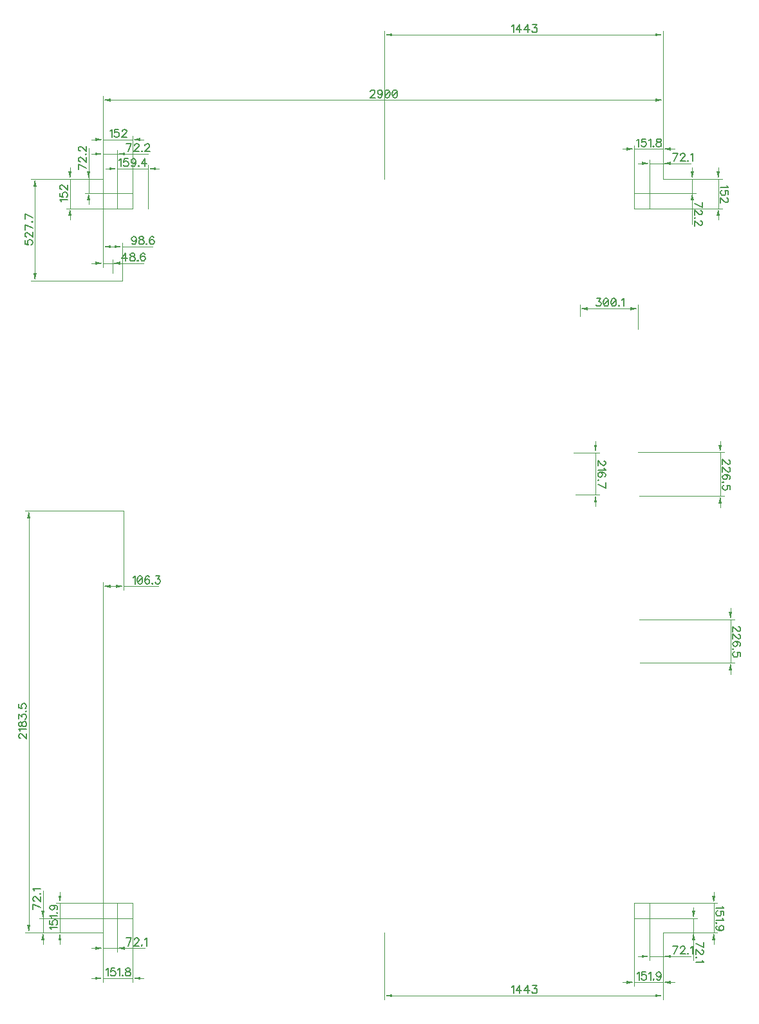
<source format=gbr>
G04 DipTrace 3.0.0.1*
G04 TopDimension.gbr*
%MOIN*%
G04 #@! TF.FileFunction,Drawing,Top*
G04 #@! TF.Part,Single*
%ADD13C,0.0015*%
%ADD69C,0.006176*%
%FSLAX26Y26*%
G04*
G70*
G90*
G75*
G01*
G04 TopDimension*
%LPD*%
X625381Y4141732D2*
D13*
Y4366011D1*
X465932Y4141732D2*
Y4366011D1*
Y4346326D2*
X625381D1*
X406877D2*
X426562D1*
G36*
X465932D2*
X426562Y4338452D1*
Y4354200D1*
X465932Y4346326D1*
G37*
X684436D2*
D13*
X664751D1*
G36*
X625381D2*
X664751Y4354200D1*
Y4338452D1*
X625381Y4346326D1*
G37*
X393701Y4293701D2*
D13*
Y4517586D1*
X545656Y4141732D2*
Y4517586D1*
X393701Y4497900D2*
X545656D1*
X334646D2*
X354331D1*
G36*
X393701D2*
X354331Y4490026D1*
Y4505774D1*
X393701Y4497900D1*
G37*
X604711D2*
D13*
X585026D1*
G36*
X545656D2*
X585026Y4505774D1*
Y4490026D1*
X545656Y4497900D1*
G37*
Y4141732D2*
D13*
X201969D1*
X393701Y4293701D2*
X201969D1*
X221654D2*
Y4141732D1*
Y4352756D2*
Y4333071D1*
G36*
Y4293701D2*
X213780Y4333071D1*
X229528D1*
X221654Y4293701D1*
G37*
Y4082677D2*
D13*
Y4102362D1*
G36*
Y4141732D2*
X229528Y4102362D1*
X213780D1*
X221654Y4141732D1*
G37*
X3141864Y4141746D2*
D13*
Y4468373D1*
X3293701Y4293701D2*
Y4468373D1*
X3141864Y4448688D2*
X3293701D1*
X3082809D2*
X3102494D1*
G36*
X3141864D2*
X3102494Y4440814D1*
Y4456562D1*
X3141864Y4448688D1*
G37*
X3352756D2*
D13*
X3333071D1*
G36*
X3293701D2*
X3333071Y4456562D1*
Y4440814D1*
X3293701Y4448688D1*
G37*
X3141864Y4141746D2*
D13*
X3598688D1*
X3293701Y4293701D2*
X3598688D1*
X3579003D2*
Y4141746D1*
Y4352756D2*
Y4333071D1*
G36*
Y4293701D2*
X3571129Y4333071D1*
X3586877D1*
X3579003Y4293701D1*
G37*
Y4082691D2*
D13*
Y4102376D1*
G36*
Y4141746D2*
X3586877Y4102376D1*
X3571129D1*
X3579003Y4141746D1*
G37*
X3141851Y545551D2*
D13*
Y116536D1*
X3293701Y393701D2*
Y116536D1*
X3141851Y136221D2*
X3293701D1*
X3082795D2*
X3102481D1*
G36*
X3141851D2*
X3102481Y128347D1*
Y144095D1*
X3141851Y136221D1*
G37*
X3352756D2*
D13*
X3333071D1*
G36*
X3293701D2*
X3333071Y144095D1*
Y128347D1*
X3293701Y136221D1*
G37*
X3141851Y545551D2*
D13*
X3574672D1*
X3293701Y393701D2*
X3574672D1*
X3554987Y545551D2*
Y393701D1*
Y604607D2*
Y584921D1*
G36*
Y545551D2*
X3547113Y584921D1*
X3562861D1*
X3554987Y545551D1*
G37*
Y334646D2*
D13*
Y354331D1*
G36*
Y393701D2*
X3562861Y354331D1*
X3547113D1*
X3554987Y393701D1*
G37*
X545538Y545565D2*
D13*
Y136877D1*
X393701Y393701D2*
Y136877D1*
Y156562D2*
X545538D1*
X334646D2*
X354331D1*
G36*
X393701D2*
X354331Y148688D1*
Y164436D1*
X393701Y156562D1*
G37*
X604593D2*
D13*
X584908D1*
G36*
X545538D2*
X584908Y164436D1*
Y148688D1*
X545538Y156562D1*
G37*
Y545565D2*
D13*
X149869D1*
X393701Y393701D2*
X149869D1*
X169554Y545565D2*
Y393701D1*
Y604620D2*
Y584935D1*
G36*
Y545565D2*
X161680Y584935D1*
X177428D1*
X169554Y545565D1*
G37*
Y334646D2*
D13*
Y354331D1*
G36*
Y393701D2*
X177428Y354331D1*
X161680D1*
X169554Y393701D1*
G37*
X393701Y4293701D2*
D13*
Y4722310D1*
X3293701Y4293701D2*
Y4722310D1*
X1843701Y4702625D2*
X433071D1*
G36*
X393701D2*
X433071Y4710499D1*
Y4694751D1*
X393701Y4702625D1*
G37*
X1843701D2*
D13*
X3254331D1*
G36*
X3293701D2*
X3254331Y4694751D1*
Y4710499D1*
X3293701Y4702625D1*
G37*
Y4293701D2*
D13*
Y5059843D1*
X1850656Y4293176D2*
Y5059843D1*
X2572179Y5040158D2*
X3254331D1*
G36*
X3293701D2*
X3254331Y5032284D1*
Y5048032D1*
X3293701Y5040158D1*
G37*
X2572179D2*
D13*
X1890026D1*
G36*
X1850656D2*
X1890026Y5048032D1*
Y5032284D1*
X1850656Y5040158D1*
G37*
X3293701Y393701D2*
D13*
Y47113D1*
X1850656Y393570D2*
Y47113D1*
X2572179Y66798D2*
X3254331D1*
G36*
X3293701D2*
X3254331Y58924D1*
Y74672D1*
X3293701Y66798D1*
G37*
X2572179D2*
D13*
X1890026D1*
G36*
X1850656D2*
X1890026Y74672D1*
Y58924D1*
X1850656Y66798D1*
G37*
X500000Y2577166D2*
D13*
X-10892D1*
X393701Y393701D2*
X-10892D1*
X8793Y1485433D2*
Y2537795D1*
G36*
Y2577166D2*
X16667Y2537795D1*
X919D1*
X8793Y2577166D1*
G37*
Y1485433D2*
D13*
Y433071D1*
G36*
Y393701D2*
X919Y433071D1*
X16667D1*
X8793Y393701D1*
G37*
X393701D2*
D13*
Y2205774D1*
X500000Y2577166D2*
Y2166404D1*
X446851Y2186089D2*
X433071D1*
G36*
X393701D2*
X433071Y2193963D1*
Y2178215D1*
X393701Y2186089D1*
G37*
X446851D2*
D13*
X460630D1*
G36*
X500000D2*
X460630Y2178215D1*
Y2193963D1*
X500000Y2186089D1*
G37*
X680656D2*
D13*
X500000D1*
X545538Y465840D2*
X62861D1*
X393701Y393701D2*
X62861D1*
X82546Y465840D2*
Y393701D1*
Y524895D2*
Y505210D1*
G36*
Y465840D2*
X74672Y505210D1*
X90420D1*
X82546Y465840D1*
G37*
Y334646D2*
D13*
Y354331D1*
G36*
Y393701D2*
X90420Y354331D1*
X74672D1*
X82546Y393701D1*
G37*
Y609295D2*
D13*
Y465840D1*
X465814Y545565D2*
Y293176D1*
X393701Y393701D2*
Y293176D1*
Y312861D2*
X465814D1*
X334646D2*
X354331D1*
G36*
X393701D2*
X354331Y304987D1*
Y320735D1*
X393701Y312861D1*
G37*
X524869D2*
D13*
X505184D1*
G36*
X465814D2*
X505184Y320735D1*
Y304987D1*
X465814Y312861D1*
G37*
X609269D2*
D13*
X465814D1*
X3141851Y465827D2*
X3470079D1*
X3293701Y393701D2*
X3470079D1*
X3450394Y465827D2*
Y393701D1*
Y524882D2*
Y505197D1*
G36*
Y465827D2*
X3442520Y505197D1*
X3458268D1*
X3450394Y465827D1*
G37*
Y334646D2*
D13*
Y354331D1*
G36*
Y393701D2*
X3458268Y354331D1*
X3442520D1*
X3450394Y393701D1*
G37*
Y250246D2*
D13*
Y465827D1*
X3221575Y545551D2*
Y250656D1*
X3293701Y393701D2*
Y250656D1*
X3221575Y270341D2*
X3293701D1*
X3162520D2*
X3182205D1*
G36*
X3221575D2*
X3182205Y262467D1*
Y278215D1*
X3221575Y270341D1*
G37*
X3352756D2*
D13*
X3333071D1*
G36*
X3293701D2*
X3333071Y278215D1*
Y262467D1*
X3293701Y270341D1*
G37*
X3437156D2*
D13*
X3293701D1*
X545656Y4221457D2*
X298688D1*
X393701Y4293701D2*
X298688D1*
X318373D2*
Y4221457D1*
Y4352756D2*
Y4333071D1*
G36*
Y4293701D2*
X310499Y4333071D1*
X326247D1*
X318373Y4293701D1*
G37*
Y4162402D2*
D13*
Y4182087D1*
G36*
Y4221457D2*
X326247Y4182087D1*
X310499D1*
X318373Y4221457D1*
G37*
Y4454356D2*
D13*
Y4293701D1*
X465932Y4141732D2*
Y4443570D1*
X393701Y4293701D2*
Y4443570D1*
Y4423885D2*
X465932D1*
X334646D2*
X354331D1*
G36*
X393701D2*
X354331Y4416011D1*
Y4431759D1*
X393701Y4423885D1*
G37*
X524987D2*
D13*
X505302D1*
G36*
X465932D2*
X505302Y4431759D1*
Y4416011D1*
X465932Y4423885D1*
G37*
X626587D2*
D13*
X465932D1*
X3141864Y4221470D2*
X3463517D1*
X3293701Y4293701D2*
X3463517D1*
X3443832D2*
Y4221470D1*
Y4352756D2*
Y4333071D1*
G36*
Y4293701D2*
X3435958Y4333071D1*
X3451706D1*
X3443832Y4293701D1*
G37*
Y4162415D2*
D13*
Y4182100D1*
G36*
Y4221470D2*
X3451706Y4182100D1*
X3435958D1*
X3443832Y4221470D1*
G37*
Y4060815D2*
D13*
Y4293701D1*
X3221588Y4141746D2*
Y4393832D1*
X3293701Y4293701D2*
Y4393832D1*
X3221588Y4374147D2*
X3293701D1*
X3162533D2*
X3182218D1*
G36*
X3221588D2*
X3182218Y4366273D1*
Y4382021D1*
X3221588Y4374147D1*
G37*
X3352756D2*
D13*
X3333071D1*
G36*
X3293701D2*
X3333071Y4382021D1*
Y4366273D1*
X3293701Y4374147D1*
G37*
X3437156D2*
D13*
X3293701D1*
X492257Y3766011D2*
X20998D1*
X393701Y4293701D2*
X20998D1*
X40683Y4029856D2*
Y3805381D1*
G36*
Y3766011D2*
X32809Y3805381D1*
X48557D1*
X40683Y3766011D1*
G37*
Y4029856D2*
D13*
Y4254331D1*
G36*
Y4293701D2*
X48557Y4254331D1*
X32809D1*
X40683Y4293701D1*
G37*
X492257Y3766011D2*
D13*
Y3962992D1*
X393701Y4293701D2*
Y3923622D1*
X442979Y3943307D2*
X452887D1*
G36*
X492257D2*
X452887Y3935433D1*
Y3951181D1*
X492257Y3943307D1*
G37*
X442979D2*
D13*
X433071D1*
G36*
X393701D2*
X433071Y3951181D1*
Y3935433D1*
X393701Y3943307D1*
G37*
X649021D2*
D13*
X492257D1*
X442257Y3807671D2*
Y3877166D1*
X393701Y4293701D2*
Y3837795D1*
Y3857481D2*
X442257D1*
X334646D2*
X354331D1*
G36*
X393701D2*
X354331Y3849607D1*
Y3865355D1*
X393701Y3857481D1*
G37*
X501313D2*
D13*
X481628D1*
G36*
X442257D2*
X481628Y3865355D1*
Y3849607D1*
X442257Y3857481D1*
G37*
X602824D2*
D13*
X442257D1*
X3163507Y2879016D2*
X3608662D1*
X3170869Y2652481D2*
X3608662D1*
X3588977Y2879016D2*
Y2652481D1*
Y2938071D2*
Y2918386D1*
G36*
Y2879016D2*
X3581103Y2918386D1*
X3596851D1*
X3588977Y2879016D1*
G37*
Y2593425D2*
D13*
Y2613110D1*
G36*
Y2652481D2*
X3596851Y2613110D1*
X3581103D1*
X3588977Y2652481D1*
G37*
X3170869Y2015079D2*
D13*
X3661418D1*
X3171774Y1788596D2*
X3661418D1*
X3641732Y2015079D2*
Y1788596D1*
Y2074134D2*
Y2054449D1*
G36*
Y2015079D2*
X3633858Y2054449D1*
X3649607D1*
X3641732Y2015079D1*
G37*
Y1729541D2*
D13*
Y1749226D1*
G36*
Y1788596D2*
X3649607Y1749226D1*
X3633858D1*
X3641732Y1788596D1*
G37*
X2830026Y2877100D2*
D13*
X2962336D1*
X2838294Y2660433D2*
X2962336D1*
X2942651Y2877100D2*
Y2660433D1*
Y2936155D2*
Y2916470D1*
G36*
Y2877100D2*
X2934777Y2916470D1*
X2950525D1*
X2942651Y2877100D1*
G37*
Y2601378D2*
D13*
Y2621063D1*
G36*
Y2660433D2*
X2950525Y2621063D1*
X2934777D1*
X2942651Y2660433D1*
G37*
X2863400Y3584528D2*
D13*
Y3642651D1*
X3163507Y3516418D2*
Y3642651D1*
X3013454Y3622966D2*
X2902771D1*
G36*
X2863400D2*
X2902771Y3630840D1*
Y3615092D1*
X2863400Y3622966D1*
G37*
X3013454D2*
D13*
X3124137D1*
G36*
X3163507D2*
X3124137Y3615092D1*
Y3630840D1*
X3163507Y3622966D1*
G37*
X477129Y4391035D2*
D69*
X480975Y4392980D1*
X486723Y4398684D1*
Y4358536D1*
X522023Y4398684D2*
X502922D1*
X501020Y4381484D1*
X502922Y4383386D1*
X508670Y4385331D1*
X514373D1*
X520121Y4383386D1*
X523968Y4379583D1*
X525870Y4373835D1*
Y4370032D1*
X523968Y4364284D1*
X520121Y4360438D1*
X514373Y4358536D1*
X508670D1*
X502922Y4360438D1*
X501020Y4362383D1*
X499075Y4366186D1*
X563114Y4385331D2*
X561169Y4379583D1*
X557366Y4375736D1*
X551618Y4373835D1*
X549717D1*
X543969Y4375736D1*
X540166Y4379583D1*
X538221Y4385331D1*
Y4387232D1*
X540166Y4392980D1*
X543969Y4396783D1*
X549717Y4398684D1*
X551618D1*
X557366Y4396783D1*
X561169Y4392980D1*
X563114Y4385331D1*
Y4375736D1*
X561169Y4366186D1*
X557366Y4360438D1*
X551618Y4358536D1*
X547816D1*
X542068Y4360438D1*
X540166Y4364284D1*
X577367Y4362383D2*
X575466Y4360438D1*
X577367Y4358536D1*
X579312Y4360438D1*
X577367Y4362383D1*
X610809Y4358536D2*
Y4398684D1*
X591664Y4371934D1*
X620360D1*
X428823Y4542610D2*
X432670Y4544555D1*
X438418Y4550259D1*
Y4510111D1*
X473717Y4550259D2*
X454616D1*
X452715Y4533059D1*
X454616Y4534960D1*
X460364Y4536906D1*
X466068D1*
X471816Y4534960D1*
X475663Y4531158D1*
X477564Y4525410D1*
Y4521607D1*
X475663Y4515859D1*
X471816Y4512013D1*
X466068Y4510111D1*
X460364D1*
X454616Y4512013D1*
X452715Y4513958D1*
X450769Y4517761D1*
X491861Y4540708D2*
Y4542610D1*
X493762Y4546456D1*
X495663Y4548358D1*
X499510Y4550259D1*
X507159D1*
X510962Y4548358D1*
X512863Y4546456D1*
X514809Y4542610D1*
Y4538807D1*
X512863Y4534960D1*
X509061Y4529257D1*
X489915Y4510111D1*
X516710D1*
X176945Y4176861D2*
X174999Y4180708D1*
X169295Y4186456D1*
X209443D1*
X169295Y4221755D2*
Y4202654D1*
X186495Y4200753D1*
X184594Y4202654D1*
X182648Y4208402D1*
Y4214106D1*
X184594Y4219854D1*
X188396Y4223701D1*
X194144Y4225602D1*
X197947D1*
X203695Y4223701D1*
X207542Y4219854D1*
X209443Y4214106D1*
Y4208402D1*
X207542Y4202654D1*
X205596Y4200753D1*
X201794Y4198807D1*
X178846Y4239899D2*
X176945D1*
X173098Y4241800D1*
X171196Y4243701D1*
X169295Y4247548D1*
Y4255197D1*
X171196Y4259000D1*
X173098Y4260901D1*
X176945Y4262847D1*
X180747D1*
X184594Y4260901D1*
X190298Y4257099D1*
X209443Y4237953D1*
Y4264748D1*
X3157877Y4493397D2*
X3161723Y4495343D1*
X3167471Y4501046D1*
Y4460899D1*
X3202771Y4501046D2*
X3183670D1*
X3181768Y4483847D1*
X3183670Y4485748D1*
X3189418Y4487693D1*
X3195121D1*
X3200870Y4485748D1*
X3204716Y4481945D1*
X3206618Y4476197D1*
Y4472395D1*
X3204716Y4466647D1*
X3200870Y4462800D1*
X3195121Y4460899D1*
X3189418D1*
X3183670Y4462800D1*
X3181768Y4464745D1*
X3179823Y4468548D1*
X3218969Y4493397D2*
X3222816Y4495343D1*
X3228564Y4501046D1*
Y4460899D1*
X3242816Y4464745D2*
X3240915Y4462800D1*
X3242816Y4460899D1*
X3244762Y4462800D1*
X3242816Y4464745D1*
X3266664Y4501046D2*
X3260960Y4499145D1*
X3259015Y4495343D1*
Y4491496D1*
X3260960Y4487693D1*
X3264763Y4485748D1*
X3272412Y4483847D1*
X3278160Y4481945D1*
X3281962Y4478099D1*
X3283864Y4474296D1*
Y4468548D1*
X3281962Y4464745D1*
X3280061Y4462800D1*
X3274313Y4460899D1*
X3266664D1*
X3260960Y4462800D1*
X3259015Y4464745D1*
X3257113Y4468548D1*
Y4474296D1*
X3259015Y4478099D1*
X3262861Y4481945D1*
X3268565Y4483847D1*
X3276214Y4485748D1*
X3280061Y4487693D1*
X3281962Y4491496D1*
Y4495343D1*
X3280061Y4499145D1*
X3274313Y4501046D1*
X3266664D1*
X3623712Y4258579D2*
X3625658Y4254732D1*
X3631361Y4248984D1*
X3591214D1*
X3631361Y4213685D2*
Y4232786D1*
X3614162Y4234687D1*
X3616063Y4232786D1*
X3618008Y4227038D1*
Y4221334D1*
X3616063Y4215586D1*
X3612260Y4211739D1*
X3606512Y4209838D1*
X3602710D1*
X3596962Y4211739D1*
X3593115Y4215586D1*
X3591214Y4221334D1*
Y4227038D1*
X3593115Y4232786D1*
X3595060Y4234687D1*
X3598863Y4236633D1*
X3621811Y4195541D2*
X3623712D1*
X3627559Y4193640D1*
X3629460Y4191739D1*
X3631361Y4187892D1*
Y4180243D1*
X3629460Y4176440D1*
X3627559Y4174539D1*
X3623712Y4172593D1*
X3619910D1*
X3616063Y4174539D1*
X3610359Y4178341D1*
X3591214Y4197487D1*
Y4170692D1*
X3158799Y180930D2*
X3162645Y182875D1*
X3168393Y188579D1*
Y148431D1*
X3203693Y188579D2*
X3184592D1*
X3182690Y171379D1*
X3184592Y173281D1*
X3190340Y175226D1*
X3196043D1*
X3201791Y173281D1*
X3205638Y169478D1*
X3207540Y163730D1*
Y159928D1*
X3205638Y154179D1*
X3201791Y150333D1*
X3196043Y148431D1*
X3190340D1*
X3184592Y150333D1*
X3182690Y152278D1*
X3180745Y156081D1*
X3219891Y180930D2*
X3223738Y182875D1*
X3229486Y188579D1*
Y148431D1*
X3243738Y152278D2*
X3241837Y150333D1*
X3243738Y148431D1*
X3245684Y150333D1*
X3243738Y152278D1*
X3282929Y175226D2*
X3280983Y169478D1*
X3277181Y165631D1*
X3271433Y163730D1*
X3269531D1*
X3263783Y165631D1*
X3259981Y169478D1*
X3258035Y175226D1*
Y177127D1*
X3259981Y182875D1*
X3263783Y186678D1*
X3269531Y188579D1*
X3271433D1*
X3277181Y186678D1*
X3280983Y182875D1*
X3282929Y175226D1*
Y165631D1*
X3280983Y156081D1*
X3277181Y150333D1*
X3271433Y148431D1*
X3267630D1*
X3261882Y150333D1*
X3259981Y154179D1*
X3599696Y528603D2*
X3601642Y524757D1*
X3607346Y519009D1*
X3567198D1*
X3607346Y483709D2*
Y502810D1*
X3590146Y504712D1*
X3592047Y502810D1*
X3593993Y497062D1*
Y491359D1*
X3592047Y485611D1*
X3588244Y481764D1*
X3582496Y479862D1*
X3578694D1*
X3572946Y481764D1*
X3569099Y485611D1*
X3567198Y491359D1*
Y497062D1*
X3569099Y502810D1*
X3571045Y504712D1*
X3574847Y506657D1*
X3599696Y467511D2*
X3601642Y463664D1*
X3607346Y457916D1*
X3567198D1*
X3571045Y443664D2*
X3569099Y445565D1*
X3567198Y443664D1*
X3569099Y441718D1*
X3571045Y443664D1*
X3593993Y404473D2*
X3588244Y406419D1*
X3584398Y410221D1*
X3582496Y415969D1*
Y417871D1*
X3584398Y423619D1*
X3588244Y427421D1*
X3593993Y429367D1*
X3595894D1*
X3601642Y427421D1*
X3605444Y423619D1*
X3607346Y417871D1*
Y415969D1*
X3605444Y410221D1*
X3601642Y406419D1*
X3593993Y404473D1*
X3584398D1*
X3574847Y406419D1*
X3569099Y410221D1*
X3567198Y415969D1*
Y419772D1*
X3569099Y425520D1*
X3572946Y427421D1*
X409714Y201271D2*
X413561Y203217D1*
X419309Y208920D1*
Y168773D1*
X454608Y208920D2*
X435507D1*
X433606Y191721D1*
X435507Y193622D1*
X441255Y195567D1*
X446959D1*
X452707Y193622D1*
X456554Y189819D1*
X458455Y184071D1*
Y180269D1*
X456554Y174521D1*
X452707Y170674D1*
X446959Y168773D1*
X441255D1*
X435507Y170674D1*
X433606Y172619D1*
X431660Y176422D1*
X470806Y201271D2*
X474653Y203217D1*
X480401Y208920D1*
Y168773D1*
X494654Y172619D2*
X492752Y170674D1*
X494654Y168773D1*
X496599Y170674D1*
X494654Y172619D1*
X518501Y208920D2*
X512797Y207019D1*
X510852Y203217D1*
Y199370D1*
X512797Y195567D1*
X516600Y193622D1*
X524249Y191721D1*
X529997Y189819D1*
X533800Y185973D1*
X535701Y182170D1*
Y176422D1*
X533800Y172619D1*
X531898Y170674D1*
X526150Y168773D1*
X518501D1*
X512797Y170674D1*
X510852Y172619D1*
X508951Y176422D1*
Y182170D1*
X510852Y185973D1*
X514699Y189819D1*
X520402Y191721D1*
X528052Y193622D1*
X531898Y195567D1*
X533800Y199370D1*
Y203217D1*
X531898Y207019D1*
X526150Y208920D1*
X518501D1*
X124845Y410656D2*
X122899Y414502D1*
X117195Y420250D1*
X157343D1*
X117195Y455550D2*
Y436449D1*
X134395Y434547D1*
X132494Y436449D1*
X130549Y442197D1*
Y447900D1*
X132494Y453648D1*
X136297Y457495D1*
X142045Y459396D1*
X145847D1*
X151595Y457495D1*
X155442Y453648D1*
X157343Y447900D1*
Y442197D1*
X155442Y436449D1*
X153497Y434547D1*
X149694Y432602D1*
X124845Y471748D2*
X122899Y475595D1*
X117195Y481343D1*
X157343D1*
X153497Y495595D2*
X155442Y493694D1*
X157343Y495595D1*
X155442Y497541D1*
X153497Y495595D1*
X130549Y534786D2*
X136297Y532840D1*
X140143Y529038D1*
X142045Y523290D1*
Y521388D1*
X140143Y515640D1*
X136297Y511838D1*
X130549Y509892D1*
X128647D1*
X122899Y511838D1*
X119097Y515640D1*
X117195Y521388D1*
Y523290D1*
X119097Y529038D1*
X122899Y532840D1*
X130549Y534786D1*
X140143D1*
X149694Y532840D1*
X155442Y529038D1*
X157343Y523290D1*
Y519487D1*
X155442Y513739D1*
X151595Y511838D1*
X1777569Y4745433D2*
Y4747334D1*
X1779470Y4751181D1*
X1781371Y4753082D1*
X1785218Y4754983D1*
X1792867D1*
X1796670Y4753082D1*
X1798571Y4751181D1*
X1800516Y4747334D1*
Y4743532D1*
X1798571Y4739685D1*
X1794768Y4733981D1*
X1775623Y4714836D1*
X1802418D1*
X1839663Y4741630D2*
X1837717Y4735882D1*
X1833914Y4732036D1*
X1828166Y4730134D1*
X1826265D1*
X1820517Y4732036D1*
X1816715Y4735882D1*
X1814769Y4741630D1*
Y4743532D1*
X1816715Y4749280D1*
X1820517Y4753082D1*
X1826265Y4754983D1*
X1828166D1*
X1833914Y4753082D1*
X1837717Y4749280D1*
X1839663Y4741630D1*
Y4732036D1*
X1837717Y4722485D1*
X1833914Y4716737D1*
X1828166Y4714836D1*
X1824364D1*
X1818616Y4716737D1*
X1816715Y4720584D1*
X1863510Y4754983D2*
X1857762Y4753082D1*
X1853915Y4747334D1*
X1852014Y4737784D1*
Y4732036D1*
X1853915Y4722485D1*
X1857762Y4716737D1*
X1863510Y4714836D1*
X1867313D1*
X1873061Y4716737D1*
X1876863Y4722485D1*
X1878809Y4732036D1*
Y4737784D1*
X1876863Y4747334D1*
X1873061Y4753082D1*
X1867313Y4754983D1*
X1863510D1*
X1876863Y4747334D2*
X1853915Y4722485D1*
X1902656Y4754983D2*
X1896908Y4753082D1*
X1893061Y4747334D1*
X1891160Y4737784D1*
Y4732036D1*
X1893061Y4722485D1*
X1896908Y4716737D1*
X1902656Y4714836D1*
X1906459D1*
X1912207Y4716737D1*
X1916009Y4722485D1*
X1917955Y4732036D1*
Y4737784D1*
X1916009Y4747334D1*
X1912207Y4753082D1*
X1906459Y4754983D1*
X1902656D1*
X1916009Y4747334D2*
X1893061Y4722485D1*
X2509849Y5084867D2*
X2513696Y5086812D1*
X2519444Y5092516D1*
Y5052368D1*
X2550940D2*
Y5092516D1*
X2531795Y5065766D1*
X2560491D1*
X2591988Y5052368D2*
Y5092516D1*
X2572842Y5065766D1*
X2601538D1*
X2617736Y5092516D2*
X2638739D1*
X2627287Y5077218D1*
X2633035D1*
X2636838Y5075316D1*
X2638739Y5073415D1*
X2640684Y5067667D1*
Y5063865D1*
X2638739Y5058116D1*
X2634936Y5054270D1*
X2629188Y5052368D1*
X2623440D1*
X2617736Y5054270D1*
X2615835Y5056215D1*
X2613890Y5060018D1*
X2509849Y111507D2*
X2513696Y113453D1*
X2519444Y119157D1*
Y79009D1*
X2550940D2*
Y119157D1*
X2531795Y92406D1*
X2560491D1*
X2591988Y79009D2*
Y119157D1*
X2572842Y92406D1*
X2601538D1*
X2617736Y119157D2*
X2638739D1*
X2627287Y103858D1*
X2633035D1*
X2636838Y101957D1*
X2638739Y100056D1*
X2640684Y94307D1*
Y90505D1*
X2638739Y84757D1*
X2634936Y80910D1*
X2629188Y79009D1*
X2623440D1*
X2617736Y80910D1*
X2615835Y82856D1*
X2613890Y86658D1*
X-34015Y1399300D2*
X-35916D1*
X-39763Y1401201D1*
X-41664Y1403103D1*
X-43566Y1406949D1*
Y1414599D1*
X-41664Y1418401D1*
X-39763Y1420303D1*
X-35916Y1422248D1*
X-32114D1*
X-28267Y1420303D1*
X-22563Y1416500D1*
X-3418Y1397355D1*
Y1424149D1*
X-35916Y1436501D2*
X-37862Y1440347D1*
X-43566Y1446095D1*
X-3418D1*
X-43566Y1467997D2*
X-41664Y1462294D1*
X-37862Y1460348D1*
X-34015D1*
X-30213Y1462294D1*
X-28267Y1466096D1*
X-26366Y1473745D1*
X-24465Y1479494D1*
X-20618Y1483296D1*
X-16815Y1485197D1*
X-11067D1*
X-7265Y1483296D1*
X-5319Y1481395D1*
X-3418Y1475647D1*
Y1467997D1*
X-5319Y1462294D1*
X-7265Y1460348D1*
X-11067Y1458447D1*
X-16815D1*
X-20618Y1460348D1*
X-24465Y1464195D1*
X-26366Y1469899D1*
X-28267Y1477548D1*
X-30213Y1481395D1*
X-34015Y1483296D1*
X-37862D1*
X-41664Y1481395D1*
X-43566Y1475647D1*
Y1467997D1*
Y1501395D2*
Y1522398D1*
X-28267Y1510946D1*
Y1516694D1*
X-26366Y1520497D1*
X-24465Y1522398D1*
X-18717Y1524343D1*
X-14914D1*
X-9166Y1522398D1*
X-5319Y1518595D1*
X-3418Y1512847D1*
Y1507099D1*
X-5319Y1501395D1*
X-7265Y1499494D1*
X-11067Y1497549D1*
X-7265Y1538596D2*
X-5319Y1536695D1*
X-3418Y1538596D1*
X-5319Y1540542D1*
X-7265Y1538596D1*
X-43566Y1575841D2*
Y1556740D1*
X-26366Y1554838D1*
X-28267Y1556740D1*
X-30213Y1562488D1*
Y1568192D1*
X-28267Y1573940D1*
X-24465Y1577786D1*
X-18717Y1579688D1*
X-14914D1*
X-9166Y1577786D1*
X-5319Y1573940D1*
X-3418Y1568192D1*
Y1562488D1*
X-5319Y1556740D1*
X-7265Y1554838D1*
X-11067Y1552893D1*
X548634Y2230799D2*
X552481Y2232744D1*
X558229Y2238448D1*
Y2198300D1*
X582076Y2238448D2*
X576328Y2236547D1*
X572481Y2230799D1*
X570580Y2221248D1*
Y2215500D1*
X572481Y2205950D1*
X576328Y2200201D1*
X582076Y2198300D1*
X585879D1*
X591627Y2200201D1*
X595429Y2205950D1*
X597375Y2215500D1*
Y2221248D1*
X595429Y2230799D1*
X591627Y2236547D1*
X585879Y2238448D1*
X582076D1*
X595429Y2230799D2*
X572481Y2205950D1*
X632674Y2232744D2*
X630773Y2236547D1*
X625025Y2238448D1*
X621222D1*
X615474Y2236547D1*
X611627Y2230799D1*
X609726Y2221248D1*
Y2211698D1*
X611627Y2204048D1*
X615474Y2200201D1*
X621222Y2198300D1*
X623123D1*
X628827Y2200201D1*
X632674Y2204048D1*
X634575Y2209796D1*
Y2211698D1*
X632674Y2217446D1*
X628827Y2221248D1*
X623123Y2223149D1*
X621222D1*
X615474Y2221248D1*
X611627Y2217446D1*
X609726Y2211698D1*
X648828Y2202147D2*
X646927Y2200201D1*
X648828Y2198300D1*
X650773Y2200201D1*
X648828Y2202147D1*
X666972Y2238448D2*
X687974D1*
X676522Y2223149D1*
X682270D1*
X686073Y2221248D1*
X687974Y2219347D1*
X689920Y2213599D1*
Y2209796D1*
X687974Y2204048D1*
X684171Y2200201D1*
X678423Y2198300D1*
X672675D1*
X666972Y2200201D1*
X665070Y2202147D1*
X663125Y2205950D1*
X70335Y522123D2*
X30188Y541268D1*
Y514474D1*
X39738Y555565D2*
X37837D1*
X33990Y557467D1*
X32089Y559368D1*
X30188Y563215D1*
Y570864D1*
X32089Y574666D1*
X33990Y576568D1*
X37837Y578513D1*
X41639D1*
X45486Y576568D1*
X51190Y572765D1*
X70335Y553620D1*
Y580414D1*
X66489Y594667D2*
X68434Y592766D1*
X70335Y594667D1*
X68434Y596613D1*
X66489Y594667D1*
X37837Y608964D2*
X35891Y612811D1*
X30188Y618559D1*
X70335D1*
X522097Y325072D2*
X541242Y365220D1*
X514447D1*
X555539Y355669D2*
Y357570D1*
X557440Y361417D1*
X559342Y363318D1*
X563188Y365220D1*
X570838D1*
X574640Y363318D1*
X576541Y361417D1*
X578487Y357570D1*
Y353768D1*
X576541Y349921D1*
X572739Y344217D1*
X553594Y325072D1*
X580388D1*
X594641Y328919D2*
X592740Y326973D1*
X594641Y325072D1*
X596586Y326973D1*
X594641Y328919D1*
X608938Y357570D2*
X612785Y359516D1*
X618533Y365220D1*
Y325072D1*
X3462605Y337418D2*
X3502752Y318273D1*
Y345067D1*
X3493202Y303976D2*
X3495103D1*
X3498950Y302075D1*
X3500851Y300173D1*
X3502752Y296327D1*
Y288677D1*
X3500851Y284875D1*
X3498950Y282973D1*
X3495103Y281028D1*
X3491301D1*
X3487454Y282973D1*
X3481750Y286776D1*
X3462605Y305921D1*
Y279127D1*
X3466451Y264874D2*
X3464506Y266775D1*
X3462605Y264874D1*
X3464506Y262928D1*
X3466451Y264874D1*
X3495103Y250577D2*
X3497049Y246730D1*
X3502752Y240982D1*
X3462605D1*
X3349984Y282552D2*
X3369129Y322700D1*
X3342335D1*
X3383426Y313149D2*
Y315051D1*
X3385327Y318897D1*
X3387229Y320799D1*
X3391075Y322700D1*
X3398725D1*
X3402527Y320799D1*
X3404429Y318897D1*
X3406374Y315051D1*
Y311248D1*
X3404429Y307401D1*
X3400626Y301698D1*
X3381481Y282552D1*
X3408275D1*
X3422528Y286399D2*
X3420627Y284453D1*
X3422528Y282552D1*
X3424474Y284453D1*
X3422528Y286399D1*
X3436825Y315051D2*
X3440672Y316996D1*
X3446420Y322700D1*
Y282552D1*
X306162Y4349984D2*
X266014Y4369129D1*
Y4342335D1*
X275565Y4383426D2*
X273664D1*
X269817Y4385327D1*
X267916Y4387229D1*
X266014Y4391075D1*
Y4398725D1*
X267916Y4402527D1*
X269817Y4404429D1*
X273664Y4406374D1*
X277466D1*
X281313Y4404429D1*
X287017Y4400626D1*
X306162Y4381481D1*
Y4408275D1*
X302315Y4422528D2*
X304261Y4420627D1*
X306162Y4422528D1*
X304261Y4424474D1*
X302315Y4422528D1*
X275565Y4438770D2*
X273664D1*
X269817Y4440672D1*
X267916Y4442573D1*
X266014Y4446420D1*
Y4454069D1*
X267916Y4457872D1*
X269817Y4459773D1*
X273664Y4461718D1*
X277466D1*
X281313Y4459773D1*
X287017Y4455970D1*
X306162Y4436825D1*
Y4463620D1*
X522215Y4436095D2*
X541360Y4476243D1*
X514566D1*
X555657Y4466693D2*
Y4468594D1*
X557558Y4472441D1*
X559460Y4474342D1*
X563306Y4476243D1*
X570956D1*
X574758Y4474342D1*
X576660Y4472441D1*
X578605Y4468594D1*
Y4464791D1*
X576660Y4460945D1*
X572857Y4455241D1*
X553712Y4436095D1*
X580506D1*
X594759Y4439942D2*
X592858Y4437997D1*
X594759Y4436095D1*
X596704Y4437997D1*
X594759Y4439942D1*
X611001Y4466693D2*
Y4468594D1*
X612903Y4472441D1*
X614804Y4474342D1*
X618651Y4476243D1*
X626300D1*
X630103Y4474342D1*
X632004Y4472441D1*
X633949Y4468594D1*
Y4464791D1*
X632004Y4460945D1*
X628201Y4455241D1*
X609056Y4436095D1*
X635851D1*
X3456043Y4165187D2*
X3496191Y4146042D1*
Y4172836D1*
X3486640Y4131745D2*
X3488541D1*
X3492388Y4129844D1*
X3494290Y4127942D1*
X3496191Y4124096D1*
Y4116446D1*
X3494290Y4112644D1*
X3492388Y4110742D1*
X3488541Y4108797D1*
X3484739D1*
X3480892Y4110742D1*
X3475188Y4114545D1*
X3456043Y4133690D1*
Y4106896D1*
X3459890Y4092643D2*
X3457944Y4094544D1*
X3456043Y4092643D1*
X3457944Y4090698D1*
X3459890Y4092643D1*
X3486640Y4076401D2*
X3488541D1*
X3492388Y4074499D1*
X3494290Y4072598D1*
X3496191Y4068751D1*
Y4061102D1*
X3494290Y4057299D1*
X3492388Y4055398D1*
X3488541Y4053453D1*
X3484739D1*
X3480892Y4055398D1*
X3475188Y4059201D1*
X3456043Y4078346D1*
Y4051551D1*
X3349984Y4386358D2*
X3369129Y4426506D1*
X3342335D1*
X3383426Y4416955D2*
Y4418856D1*
X3385327Y4422703D1*
X3387229Y4424604D1*
X3391075Y4426506D1*
X3398725D1*
X3402527Y4424604D1*
X3404429Y4422703D1*
X3406374Y4418856D1*
Y4415054D1*
X3404429Y4411207D1*
X3400626Y4405503D1*
X3381481Y4386358D1*
X3408275D1*
X3422528Y4390205D2*
X3420627Y4388259D1*
X3422528Y4386358D1*
X3424474Y4388259D1*
X3422528Y4390205D1*
X3436825Y4418856D2*
X3440672Y4420802D1*
X3446420Y4426506D1*
Y4386358D1*
X-11676Y3975676D2*
Y3956575D1*
X5524Y3954674D1*
X3623Y3956575D1*
X1677Y3962323D1*
Y3968027D1*
X3623Y3973775D1*
X7425Y3977622D1*
X13173Y3979523D1*
X16976D1*
X22724Y3977622D1*
X26571Y3973775D1*
X28472Y3968027D1*
Y3962323D1*
X26571Y3956575D1*
X24625Y3954674D1*
X20823Y3952728D1*
X-2125Y3993820D2*
X-4027D1*
X-7873Y3995721D1*
X-9775Y3997622D1*
X-11676Y4001469D1*
Y4009118D1*
X-9775Y4012921D1*
X-7873Y4014822D1*
X-4027Y4016768D1*
X-224D1*
X3623Y4014822D1*
X9327Y4011020D1*
X28472Y3991874D1*
Y4018669D1*
Y4038670D2*
X-11676Y4057815D1*
Y4031020D1*
X24625Y4072068D2*
X26571Y4070166D1*
X28472Y4072068D1*
X26571Y4074013D1*
X24625Y4072068D1*
X28472Y4094014D2*
X-11676Y4113159D1*
Y4086365D1*
X565784Y3982313D2*
X563839Y3976565D1*
X560036Y3972718D1*
X554288Y3970817D1*
X552387D1*
X546639Y3972718D1*
X542837Y3976565D1*
X540891Y3982313D1*
Y3984214D1*
X542837Y3989962D1*
X546639Y3993765D1*
X552387Y3995666D1*
X554288D1*
X560036Y3993765D1*
X563839Y3989962D1*
X565784Y3982313D1*
Y3972718D1*
X563839Y3963167D1*
X560036Y3957419D1*
X554288Y3955518D1*
X550486D1*
X544738Y3957419D1*
X542837Y3961266D1*
X587686Y3995666D2*
X581983Y3993765D1*
X580037Y3989962D1*
Y3986115D1*
X581983Y3982313D1*
X585785Y3980367D1*
X593434Y3978466D1*
X599182Y3976565D1*
X602985Y3972718D1*
X604886Y3968915D1*
Y3963167D1*
X602985Y3959365D1*
X601084Y3957419D1*
X595336Y3955518D1*
X587686D1*
X581983Y3957419D1*
X580037Y3959365D1*
X578136Y3963167D1*
Y3968915D1*
X580037Y3972718D1*
X583884Y3976565D1*
X589588Y3978466D1*
X597237Y3980367D1*
X601084Y3982313D1*
X602985Y3986115D1*
Y3989962D1*
X601084Y3993765D1*
X595336Y3995666D1*
X587686D1*
X619139Y3959365D2*
X617238Y3957419D1*
X619139Y3955518D1*
X621084Y3957419D1*
X619139Y3959365D1*
X656384Y3989962D2*
X654482Y3993765D1*
X648734Y3995666D1*
X644932D1*
X639184Y3993765D1*
X635337Y3988017D1*
X633436Y3978466D1*
Y3968915D1*
X635337Y3961266D1*
X639184Y3957419D1*
X644932Y3955518D1*
X646833D1*
X652537Y3957419D1*
X656384Y3961266D1*
X658285Y3967014D1*
Y3968915D1*
X656384Y3974663D1*
X652537Y3978466D1*
X646833Y3980367D1*
X644932D1*
X639184Y3978466D1*
X635337Y3974663D1*
X633436Y3968915D1*
X510036Y3869691D2*
Y3909839D1*
X490891Y3883089D1*
X519587D1*
X541489Y3909839D2*
X535785Y3907938D1*
X533840Y3904135D1*
Y3900288D1*
X535785Y3896486D1*
X539588Y3894540D1*
X547237Y3892639D1*
X552985Y3890738D1*
X556788Y3886891D1*
X558689Y3883089D1*
Y3877341D1*
X556788Y3873538D1*
X554886Y3871593D1*
X549138Y3869691D1*
X541489D1*
X535785Y3871593D1*
X533840Y3873538D1*
X531938Y3877341D1*
Y3883089D1*
X533840Y3886891D1*
X537686Y3890738D1*
X543390Y3892639D1*
X551040Y3894540D1*
X554886Y3896486D1*
X556788Y3900288D1*
Y3904135D1*
X554886Y3907938D1*
X549138Y3909839D1*
X541489D1*
X572942Y3873538D2*
X571040Y3871593D1*
X572942Y3869691D1*
X574887Y3871593D1*
X572942Y3873538D1*
X610186Y3904135D2*
X608285Y3907938D1*
X602537Y3909839D1*
X598734D1*
X592986Y3907938D1*
X589140Y3902190D1*
X587238Y3892639D1*
Y3883089D1*
X589140Y3875439D1*
X592986Y3871593D1*
X598734Y3869691D1*
X600636D1*
X606340Y3871593D1*
X610186Y3875439D1*
X612088Y3881187D1*
Y3883089D1*
X610186Y3888837D1*
X606340Y3892639D1*
X600636Y3894540D1*
X598734D1*
X592986Y3892639D1*
X589140Y3888837D1*
X587238Y3883089D1*
X3631785Y2839958D2*
X3633686D1*
X3637533Y2838056D1*
X3639434Y2836155D1*
X3641335Y2832308D1*
Y2824659D1*
X3639434Y2820857D1*
X3637533Y2818955D1*
X3633686Y2817010D1*
X3629883D1*
X3626037Y2818955D1*
X3620333Y2822758D1*
X3601187Y2841903D1*
Y2815108D1*
X3631785Y2800812D2*
X3633686D1*
X3637533Y2798910D1*
X3639434Y2797009D1*
X3641335Y2793162D1*
Y2785513D1*
X3639434Y2781710D1*
X3637533Y2779809D1*
X3633686Y2777864D1*
X3629883D1*
X3626037Y2779809D1*
X3620333Y2783612D1*
X3601187Y2802757D1*
Y2775962D1*
X3635631Y2740663D2*
X3639434Y2742564D1*
X3641335Y2748312D1*
Y2752115D1*
X3639434Y2757863D1*
X3633686Y2761710D1*
X3624135Y2763611D1*
X3614585D1*
X3606935Y2761710D1*
X3603089Y2757863D1*
X3601187Y2752115D1*
Y2750214D1*
X3603089Y2744510D1*
X3606935Y2740663D1*
X3612683Y2738762D1*
X3614585D1*
X3620333Y2740663D1*
X3624135Y2744510D1*
X3626037Y2750214D1*
Y2752115D1*
X3624135Y2757863D1*
X3620333Y2761710D1*
X3614585Y2763611D1*
X3605034Y2724509D2*
X3603089Y2726410D1*
X3601187Y2724509D1*
X3603089Y2722564D1*
X3605034Y2724509D1*
X3641335Y2687264D2*
Y2706366D1*
X3624135Y2708267D1*
X3626037Y2706366D1*
X3627982Y2700618D1*
Y2694914D1*
X3626037Y2689166D1*
X3622234Y2685319D1*
X3616486Y2683418D1*
X3612683D1*
X3606935Y2685319D1*
X3603089Y2689166D1*
X3601187Y2694914D1*
Y2700618D1*
X3603089Y2706366D1*
X3605034Y2708267D1*
X3608837Y2710212D1*
X3684540Y1976047D2*
X3686442D1*
X3690288Y1974146D1*
X3692190Y1972244D1*
X3694091Y1968398D1*
Y1960748D1*
X3692190Y1956946D1*
X3690288Y1955044D1*
X3686442Y1953099D1*
X3682639D1*
X3678792Y1955044D1*
X3673089Y1958847D1*
X3653943Y1977992D1*
Y1951198D1*
X3684540Y1936901D2*
X3686442D1*
X3690288Y1935000D1*
X3692190Y1933098D1*
X3694091Y1929252D1*
Y1921602D1*
X3692190Y1917800D1*
X3690288Y1915898D1*
X3686442Y1913953D1*
X3682639D1*
X3678792Y1915898D1*
X3673089Y1919701D1*
X3653943Y1938846D1*
Y1912052D1*
X3688387Y1876752D2*
X3692190Y1878654D1*
X3694091Y1884402D1*
Y1888204D1*
X3692190Y1893952D1*
X3686442Y1897799D1*
X3676891Y1899700D1*
X3667341D1*
X3659691Y1897799D1*
X3655845Y1893952D1*
X3653943Y1888204D1*
Y1886303D1*
X3655845Y1880599D1*
X3659691Y1876752D1*
X3665439Y1874851D1*
X3667341D1*
X3673089Y1876752D1*
X3676891Y1880599D1*
X3678792Y1886303D1*
Y1888204D1*
X3676891Y1893952D1*
X3673089Y1897799D1*
X3667341Y1899700D1*
X3657790Y1860598D2*
X3655845Y1862500D1*
X3653943Y1860598D1*
X3655845Y1858653D1*
X3657790Y1860598D1*
X3694091Y1823354D2*
Y1842455D1*
X3676891Y1844356D1*
X3678792Y1842455D1*
X3680738Y1836707D1*
Y1831003D1*
X3678792Y1825255D1*
X3674990Y1821408D1*
X3669242Y1819507D1*
X3665439D1*
X3659691Y1821408D1*
X3655845Y1825255D1*
X3653943Y1831003D1*
Y1836707D1*
X3655845Y1842455D1*
X3657790Y1844356D1*
X3661593Y1846302D1*
X2985459Y2834376D2*
X2987360D1*
X2991207Y2832475D1*
X2993108Y2830574D1*
X2995010Y2826727D1*
Y2819078D1*
X2993108Y2815275D1*
X2991207Y2813374D1*
X2987360Y2811428D1*
X2983558D1*
X2979711Y2813374D1*
X2974007Y2817176D1*
X2954862Y2836322D1*
Y2809527D1*
X2987360Y2797176D2*
X2989306Y2793329D1*
X2995010Y2787581D1*
X2954862D1*
X2989306Y2752281D2*
X2993108Y2754183D1*
X2995010Y2759931D1*
Y2763733D1*
X2993108Y2769481D1*
X2987360Y2773328D1*
X2977810Y2775229D1*
X2968259D1*
X2960610Y2773328D1*
X2956763Y2769481D1*
X2954862Y2763733D1*
Y2761832D1*
X2956763Y2756128D1*
X2960610Y2752281D1*
X2966358Y2750380D1*
X2968259D1*
X2974007Y2752281D1*
X2977810Y2756128D1*
X2979711Y2761832D1*
Y2763733D1*
X2977810Y2769481D1*
X2974007Y2773328D1*
X2968259Y2775229D1*
X2958709Y2736127D2*
X2956763Y2738029D1*
X2954862Y2736127D1*
X2956763Y2734182D1*
X2958709Y2736127D1*
X2954862Y2714181D2*
X2995010Y2695036D1*
Y2721831D1*
X2948773Y3675325D2*
X2969775D1*
X2958323Y3660026D1*
X2964071D1*
X2967874Y3658125D1*
X2969775Y3656223D1*
X2971721Y3650475D1*
Y3646673D1*
X2969775Y3640925D1*
X2965973Y3637078D1*
X2960225Y3635177D1*
X2954476D1*
X2948773Y3637078D1*
X2946871Y3639024D1*
X2944926Y3642826D1*
X2995568Y3675325D2*
X2989820Y3673423D1*
X2985973Y3667675D1*
X2984072Y3658125D1*
Y3652377D1*
X2985973Y3642826D1*
X2989820Y3637078D1*
X2995568Y3635177D1*
X2999371D1*
X3005119Y3637078D1*
X3008921Y3642826D1*
X3010867Y3652377D1*
Y3658125D1*
X3008921Y3667675D1*
X3005119Y3673423D1*
X2999371Y3675325D1*
X2995568D1*
X3008921Y3667675D2*
X2985973Y3642826D1*
X3034714Y3675325D2*
X3028966Y3673423D1*
X3025119Y3667675D1*
X3023218Y3658125D1*
Y3652377D1*
X3025119Y3642826D1*
X3028966Y3637078D1*
X3034714Y3635177D1*
X3038517D1*
X3044265Y3637078D1*
X3048067Y3642826D1*
X3050013Y3652377D1*
Y3658125D1*
X3048067Y3667675D1*
X3044265Y3673423D1*
X3038517Y3675325D1*
X3034714D1*
X3048067Y3667675D2*
X3025119Y3642826D1*
X3064265Y3639024D2*
X3062364Y3637078D1*
X3064265Y3635177D1*
X3066211Y3637078D1*
X3064265Y3639024D1*
X3078562Y3667675D2*
X3082409Y3669621D1*
X3088157Y3675325D1*
Y3635177D1*
M02*

</source>
